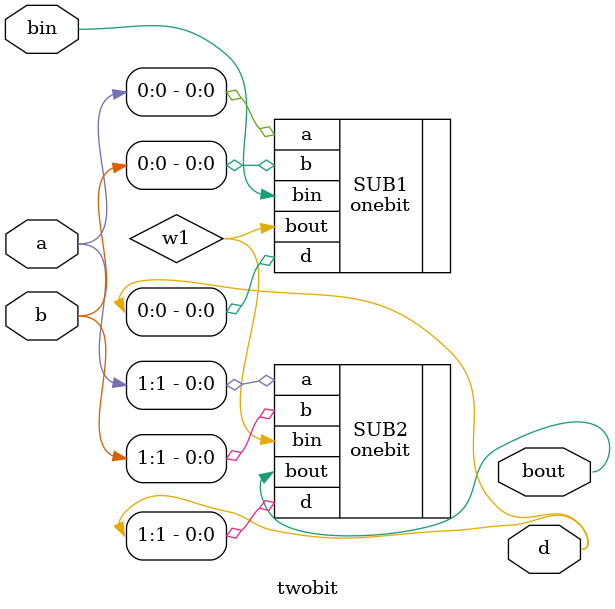
<source format=v>
`include "../one-bit-sub/onebit.v"
module twobit(
    a,
    b,
    bin,
    d,
    bout
);

input wire [1:0] a, b;
input wire bin;

output wire [1:0] d;
output wire bout;

wire w1;
onebit SUB1(.a(a[0]), .b(b[0]), .bin(bin), .d(d[0]), .bout(w1));
onebit SUB2(.a(a[1]), .b(b[1]), .bin(w1), .d(d[1]), .bout(bout));

endmodule
</source>
